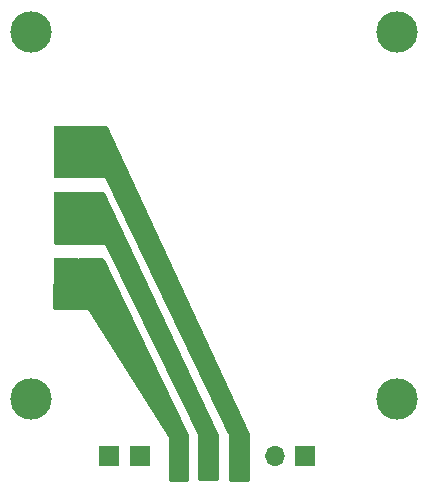
<source format=gbr>
G04 #@! TF.FileFunction,Soldermask,Bot*
%FSLAX46Y46*%
G04 Gerber Fmt 4.6, Leading zero omitted, Abs format (unit mm)*
G04 Created by KiCad (PCBNEW 4.0.6) date 10/14/18 11:43:10*
%MOMM*%
%LPD*%
G01*
G04 APERTURE LIST*
%ADD10C,0.100000*%
%ADD11C,3.500000*%
%ADD12R,1.700000X1.700000*%
%ADD13O,1.700000X1.700000*%
%ADD14R,2.150000X2.200000*%
%ADD15C,0.254000*%
G04 APERTURE END LIST*
D10*
D11*
X50000000Y-81000000D03*
X81000000Y-81000000D03*
X81000000Y-50000000D03*
D12*
X73200000Y-85900000D03*
D13*
X70660000Y-85900000D03*
D12*
X56600000Y-85900000D03*
X59200000Y-85900000D03*
X62500000Y-85900000D03*
X65040000Y-85900000D03*
X67580000Y-85900000D03*
D14*
X52958935Y-72400000D03*
X52958935Y-70200000D03*
X55108935Y-72400000D03*
X55108935Y-70200000D03*
X52945000Y-66800000D03*
X52945000Y-64600000D03*
X55095000Y-66800000D03*
X55095000Y-64600000D03*
X52958935Y-61195000D03*
X52958935Y-58995000D03*
X55108935Y-61195000D03*
X55108935Y-58995000D03*
D11*
X50000000Y-50000000D03*
D15*
G36*
X68373000Y-84027901D02*
X68373000Y-87873000D01*
X66827000Y-87873000D01*
X66827000Y-84000000D01*
X66814423Y-83944897D01*
X56364423Y-62244897D01*
X56333970Y-62204722D01*
X56290286Y-62179559D01*
X56250000Y-62173000D01*
X52027000Y-62173000D01*
X52027000Y-58027000D01*
X56368753Y-58027000D01*
X68373000Y-84027901D01*
X68373000Y-84027901D01*
G37*
X68373000Y-84027901D02*
X68373000Y-87873000D01*
X66827000Y-87873000D01*
X66827000Y-84000000D01*
X66814423Y-83944897D01*
X56364423Y-62244897D01*
X56333970Y-62204722D01*
X56290286Y-62179559D01*
X56250000Y-62173000D01*
X52027000Y-62173000D01*
X52027000Y-58027000D01*
X56368753Y-58027000D01*
X68373000Y-84027901D01*
G36*
X65773000Y-84078468D02*
X65773000Y-87823000D01*
X64277000Y-87823000D01*
X64277000Y-84050000D01*
X64264014Y-83994055D01*
X56364014Y-67894055D01*
X56333266Y-67854105D01*
X56289397Y-67829265D01*
X56250000Y-67823000D01*
X52027000Y-67823000D01*
X52027000Y-63627000D01*
X56119509Y-63627000D01*
X65773000Y-84078468D01*
X65773000Y-84078468D01*
G37*
X65773000Y-84078468D02*
X65773000Y-87823000D01*
X64277000Y-87823000D01*
X64277000Y-84050000D01*
X64264014Y-83994055D01*
X56364014Y-67894055D01*
X56333266Y-67854105D01*
X56289397Y-67829265D01*
X56250000Y-67823000D01*
X52027000Y-67823000D01*
X52027000Y-63627000D01*
X56119509Y-63627000D01*
X65773000Y-84078468D01*
G36*
X63223000Y-84078807D02*
X63223000Y-87873000D01*
X61777000Y-87873000D01*
X61777000Y-84350000D01*
X61757389Y-84282202D01*
X54907389Y-73432202D01*
X54872551Y-73395763D01*
X54826281Y-73375749D01*
X54800000Y-73373000D01*
X51978452Y-73373000D01*
X52025565Y-69227000D01*
X56119962Y-69227000D01*
X63223000Y-84078807D01*
X63223000Y-84078807D01*
G37*
X63223000Y-84078807D02*
X63223000Y-87873000D01*
X61777000Y-87873000D01*
X61777000Y-84350000D01*
X61757389Y-84282202D01*
X54907389Y-73432202D01*
X54872551Y-73395763D01*
X54826281Y-73375749D01*
X54800000Y-73373000D01*
X51978452Y-73373000D01*
X52025565Y-69227000D01*
X56119962Y-69227000D01*
X63223000Y-84078807D01*
M02*

</source>
